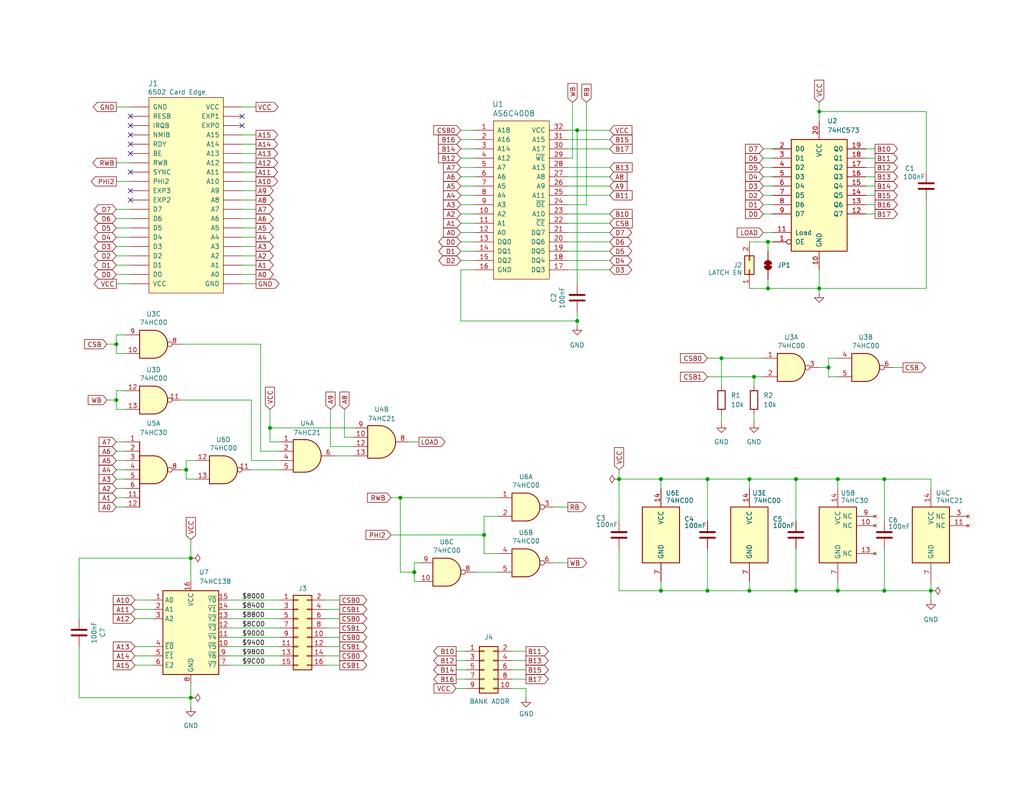
<source format=kicad_sch>
(kicad_sch (version 20250114) (generator "eeschema") (generator_version "9.0")
  (paper "USLetter")
  (title_block (title "6502 RAM Card") (date "2025-10-26") (rev "1.0") (company "A.C. Wright Design"))
  (junction (at 113.03 156.21))
  (junction (at 180.34 161.29))
  (junction (at 52.07 190.5))
  (junction (at 209.55 66.04))
  (junction (at 157.48 35.56))
  (junction (at 241.3 161.29))
  (junction (at 50.8 128.27))
  (junction (at 193.04 161.29))
  (junction (at 223.52 78.74))
  (junction (at 193.04 130.81))
  (junction (at 168.91 130.81))
  (junction (at 52.07 152.4))
  (junction (at 204.47 161.29))
  (junction (at 157.48 87.63))
  (junction (at 217.17 161.29))
  (junction (at 241.3 130.81))
  (junction (at 217.17 130.81))
  (junction (at 196.85 97.79))
  (junction (at 226.06 100.33))
  (junction (at 180.34 130.81))
  (junction (at 228.6 130.81))
  (junction (at 223.52 30.48))
  (junction (at 31.75 93.98))
  (junction (at 209.55 78.74))
  (junction (at 205.74 102.87))
  (junction (at 73.66 116.84))
  (junction (at 228.6 161.29))
  (junction (at 132.08 146.05))
  (junction (at 109.22 135.89))
  (junction (at 31.75 109.22))
  (junction (at 204.47 130.81))
  (junction (at 254 161.29))
  (no_connect (at 35.56 41.91))
  (no_connect (at 35.56 31.75))
  (no_connect (at 35.56 36.83))
  (no_connect (at 35.56 34.29))
  (no_connect (at 35.56 46.99))
  (no_connect (at 66.04 34.29))
  (no_connect (at 35.56 54.61))
  (no_connect (at 35.56 52.07))
  (no_connect (at 35.56 39.37))
  (no_connect (at 66.04 31.75))
  (wire (pts (xy 34.29 91.44) (xy 31.75 91.44)))
  (wire (pts (xy 223.52 73.66) (xy 223.52 78.74)))
  (wire (pts (xy 217.17 149.86) (xy 217.17 161.29)))
  (wire (pts (xy 88.9 173.99) (xy 92.71 173.99)))
  (wire (pts (xy 35.56 64.77) (xy 31.75 64.77)))
  (wire (pts (xy 113.03 156.21) (xy 113.03 153.67)))
  (wire (pts (xy 52.07 190.5) (xy 52.07 193.04)))
  (wire (pts (xy 180.34 161.29) (xy 193.04 161.29)))
  (wire (pts (xy 204.47 161.29) (xy 204.47 158.75)))
  (wire (pts (xy 217.17 130.81) (xy 204.47 130.81)))
  (wire (pts (xy 209.55 66.04) (xy 209.55 68.58)))
  (wire (pts (xy 228.6 130.81) (xy 217.17 130.81)))
  (wire (pts (xy 125.73 40.64) (xy 129.54 40.64)))
  (wire (pts (xy 166.37 53.34) (xy 154.94 53.34)))
  (wire (pts (xy 254 130.81) (xy 241.3 130.81)))
  (wire (pts (xy 68.58 109.22) (xy 68.58 125.73)))
  (wire (pts (xy 125.73 43.18) (xy 129.54 43.18)))
  (wire (pts (xy 193.04 142.24) (xy 193.04 130.81)))
  (wire (pts (xy 88.9 163.83) (xy 92.71 163.83)))
  (wire (pts (xy 196.85 113.03) (xy 196.85 115.57)))
  (wire (pts (xy 36.83 181.61) (xy 41.91 181.61)))
  (wire (pts (xy 68.58 125.73) (xy 76.2 125.73)))
  (wire (pts (xy 254 133.35) (xy 254 130.81)))
  (wire (pts (xy 151.13 138.43) (xy 154.94 138.43)))
  (wire (pts (xy 236.22 45.72) (xy 238.76 45.72)))
  (wire (pts (xy 66.04 41.91) (xy 69.85 41.91)))
  (wire (pts (xy 73.66 111.76) (xy 73.66 116.84)))
  (wire (pts (xy 252.73 54.61) (xy 252.73 78.74)))
  (wire (pts (xy 35.56 59.69) (xy 31.75 59.69)))
  (wire (pts (xy 52.07 152.4) (xy 21.59 152.4)))
  (wire (pts (xy 166.37 48.26) (xy 154.94 48.26)))
  (wire (pts (xy 125.73 87.63) (xy 157.48 87.63)))
  (wire (pts (xy 62.23 168.91) (xy 76.2 168.91)))
  (wire (pts (xy 143.51 190.5) (xy 143.51 187.96)))
  (wire (pts (xy 160.02 55.88) (xy 154.94 55.88)))
  (wire (pts (xy 35.56 74.93) (xy 31.75 74.93)))
  (wire (pts (xy 241.3 161.29) (xy 228.6 161.29)))
  (wire (pts (xy 31.75 138.43) (xy 34.29 138.43)))
  (wire (pts (xy 208.28 58.42) (xy 210.82 58.42)))
  (wire (pts (xy 31.75 128.27) (xy 34.29 128.27)))
  (wire (pts (xy 205.74 102.87) (xy 205.74 105.41)))
  (wire (pts (xy 209.55 76.2) (xy 209.55 78.74)))
  (wire (pts (xy 208.28 97.79) (xy 196.85 97.79)))
  (wire (pts (xy 31.75 120.65) (xy 34.29 120.65)))
  (wire (pts (xy 210.82 66.04) (xy 209.55 66.04)))
  (wire (pts (xy 31.75 72.39) (xy 35.56 72.39)))
  (wire (pts (xy 35.56 69.85) (xy 31.75 69.85)))
  (wire (pts (xy 252.73 46.99) (xy 252.73 30.48)))
  (wire (pts (xy 31.75 29.21) (xy 35.56 29.21)))
  (wire (pts (xy 193.04 149.86) (xy 193.04 161.29)))
  (wire (pts (xy 217.17 161.29) (xy 204.47 161.29)))
  (wire (pts (xy 125.73 63.5) (xy 129.54 63.5)))
  (wire (pts (xy 52.07 152.4) (xy 52.07 147.32)))
  (wire (pts (xy 49.53 93.98) (xy 71.12 93.98)))
  (wire (pts (xy 31.75 44.45) (xy 35.56 44.45)))
  (wire (pts (xy 208.28 40.64) (xy 210.82 40.64)))
  (wire (pts (xy 31.75 125.73) (xy 34.29 125.73)))
  (wire (pts (xy 205.74 102.87) (xy 208.28 102.87)))
  (wire (pts (xy 31.75 96.52) (xy 34.29 96.52)))
  (wire (pts (xy 208.28 48.26) (xy 210.82 48.26)))
  (wire (pts (xy 154.94 50.8) (xy 166.37 50.8)))
  (wire (pts (xy 68.58 128.27) (xy 76.2 128.27)))
  (wire (pts (xy 62.23 166.37) (xy 76.2 166.37)))
  (wire (pts (xy 168.91 130.81) (xy 168.91 142.24)))
  (wire (pts (xy 208.28 63.5) (xy 210.82 63.5)))
  (wire (pts (xy 125.73 58.42) (xy 129.54 58.42)))
  (wire (pts (xy 124.46 187.96) (xy 127 187.96)))
  (wire (pts (xy 125.73 48.26) (xy 129.54 48.26)))
  (wire (pts (xy 254 161.29) (xy 254 163.83)))
  (wire (pts (xy 90.17 111.76) (xy 90.17 121.92)))
  (wire (pts (xy 66.04 59.69) (xy 69.85 59.69)))
  (wire (pts (xy 236.22 43.18) (xy 238.76 43.18)))
  (wire (pts (xy 168.91 161.29) (xy 180.34 161.29)))
  (wire (pts (xy 31.75 57.15) (xy 35.56 57.15)))
  (wire (pts (xy 124.46 177.8) (xy 127 177.8)))
  (wire (pts (xy 50.8 125.73) (xy 50.8 128.27)))
  (wire (pts (xy 154.94 66.04) (xy 166.37 66.04)))
  (wire (pts (xy 90.17 121.92) (xy 96.52 121.92)))
  (wire (pts (xy 88.9 166.37) (xy 92.71 166.37)))
  (wire (pts (xy 254 158.75) (xy 254 161.29)))
  (wire (pts (xy 236.22 48.26) (xy 238.76 48.26)))
  (wire (pts (xy 228.6 102.87) (xy 226.06 102.87)))
  (wire (pts (xy 139.7 177.8) (xy 143.51 177.8)))
  (wire (pts (xy 66.04 72.39) (xy 69.85 72.39)))
  (wire (pts (xy 124.46 185.42) (xy 127 185.42)))
  (wire (pts (xy 93.98 111.76) (xy 93.98 119.38)))
  (wire (pts (xy 113.03 153.67) (xy 114.3 153.67)))
  (wire (pts (xy 228.6 161.29) (xy 217.17 161.29)))
  (wire (pts (xy 254 161.29) (xy 241.3 161.29)))
  (wire (pts (xy 154.94 38.1) (xy 166.37 38.1)))
  (wire (pts (xy 139.7 185.42) (xy 143.51 185.42)))
  (wire (pts (xy 228.6 133.35) (xy 228.6 130.81)))
  (wire (pts (xy 88.9 179.07) (xy 92.71 179.07)))
  (wire (pts (xy 73.66 116.84) (xy 96.52 116.84)))
  (wire (pts (xy 111.76 120.65) (xy 114.3 120.65)))
  (wire (pts (xy 49.53 128.27) (xy 50.8 128.27)))
  (wire (pts (xy 109.22 135.89) (xy 106.68 135.89)))
  (wire (pts (xy 132.08 146.05) (xy 106.68 146.05)))
  (wire (pts (xy 109.22 156.21) (xy 109.22 135.89)))
  (wire (pts (xy 36.83 176.53) (xy 41.91 176.53)))
  (wire (pts (xy 66.04 64.77) (xy 69.85 64.77)))
  (wire (pts (xy 93.98 119.38) (xy 96.52 119.38)))
  (wire (pts (xy 154.94 63.5) (xy 166.37 63.5)))
  (wire (pts (xy 154.94 73.66) (xy 166.37 73.66)))
  (wire (pts (xy 129.54 73.66) (xy 125.73 73.66)))
  (wire (pts (xy 226.06 97.79) (xy 226.06 100.33)))
  (wire (pts (xy 157.48 87.63) (xy 157.48 88.9)))
  (wire (pts (xy 31.75 123.19) (xy 34.29 123.19)))
  (wire (pts (xy 73.66 116.84) (xy 73.66 120.65)))
  (wire (pts (xy 31.75 67.31) (xy 35.56 67.31)))
  (wire (pts (xy 66.04 46.99) (xy 69.85 46.99)))
  (wire (pts (xy 236.22 40.64) (xy 238.76 40.64)))
  (wire (pts (xy 168.91 130.81) (xy 168.91 128.27)))
  (wire (pts (xy 226.06 102.87) (xy 226.06 100.33)))
  (wire (pts (xy 157.48 85.09) (xy 157.48 87.63)))
  (wire (pts (xy 31.75 106.68) (xy 31.75 109.22)))
  (wire (pts (xy 223.52 27.94) (xy 223.52 30.48)))
  (wire (pts (xy 226.06 97.79) (xy 228.6 97.79)))
  (wire (pts (xy 223.52 80.01) (xy 223.52 78.74)))
  (wire (pts (xy 31.75 130.81) (xy 34.29 130.81)))
  (wire (pts (xy 52.07 152.4) (xy 52.07 158.75)))
  (wire (pts (xy 62.23 179.07) (xy 76.2 179.07)))
  (wire (pts (xy 160.02 27.94) (xy 160.02 55.88)))
  (wire (pts (xy 66.04 29.21) (xy 69.85 29.21)))
  (wire (pts (xy 52.07 186.69) (xy 52.07 190.5)))
  (wire (pts (xy 69.85 62.23) (xy 66.04 62.23)))
  (wire (pts (xy 252.73 30.48) (xy 223.52 30.48)))
  (wire (pts (xy 31.75 62.23) (xy 35.56 62.23)))
  (wire (pts (xy 69.85 67.31) (xy 66.04 67.31)))
  (wire (pts (xy 217.17 142.24) (xy 217.17 130.81)))
  (wire (pts (xy 69.85 74.93) (xy 66.04 74.93)))
  (wire (pts (xy 132.08 146.05) (xy 132.08 151.13)))
  (wire (pts (xy 154.94 68.58) (xy 166.37 68.58)))
  (wire (pts (xy 125.73 66.04) (xy 129.54 66.04)))
  (wire (pts (xy 154.94 71.12) (xy 166.37 71.12)))
  (wire (pts (xy 205.74 113.03) (xy 205.74 115.57)))
  (wire (pts (xy 139.7 180.34) (xy 143.51 180.34)))
  (wire (pts (xy 154.94 40.64) (xy 166.37 40.64)))
  (wire (pts (xy 88.9 176.53) (xy 92.71 176.53)))
  (wire (pts (xy 243.84 100.33) (xy 246.38 100.33)))
  (wire (pts (xy 66.04 54.61) (xy 69.85 54.61)))
  (wire (pts (xy 236.22 55.88) (xy 238.76 55.88)))
  (wire (pts (xy 168.91 130.81) (xy 180.34 130.81)))
  (wire (pts (xy 209.55 78.74) (xy 223.52 78.74)))
  (wire (pts (xy 66.04 69.85) (xy 69.85 69.85)))
  (wire (pts (xy 88.9 168.91) (xy 92.71 168.91)))
  (wire (pts (xy 236.22 50.8) (xy 238.76 50.8)))
  (wire (pts (xy 66.04 36.83) (xy 69.85 36.83)))
  (wire (pts (xy 31.75 77.47) (xy 35.56 77.47)))
  (wire (pts (xy 193.04 161.29) (xy 204.47 161.29)))
  (wire (pts (xy 154.94 60.96) (xy 166.37 60.96)))
  (wire (pts (xy 180.34 161.29) (xy 180.34 158.75)))
  (wire (pts (xy 125.73 45.72) (xy 129.54 45.72)))
  (wire (pts (xy 29.21 109.22) (xy 31.75 109.22)))
  (wire (pts (xy 21.59 190.5) (xy 52.07 190.5)))
  (wire (pts (xy 209.55 66.04) (xy 204.47 66.04)))
  (wire (pts (xy 157.48 77.47) (xy 157.48 35.56)))
  (wire (pts (xy 31.75 109.22) (xy 31.75 111.76)))
  (wire (pts (xy 125.73 53.34) (xy 129.54 53.34)))
  (wire (pts (xy 113.03 156.21) (xy 109.22 156.21)))
  (wire (pts (xy 124.46 180.34) (xy 127 180.34)))
  (wire (pts (xy 31.75 135.89) (xy 34.29 135.89)))
  (wire (pts (xy 196.85 97.79) (xy 193.04 97.79)))
  (wire (pts (xy 208.28 43.18) (xy 210.82 43.18)))
  (wire (pts (xy 132.08 151.13) (xy 135.89 151.13)))
  (wire (pts (xy 36.83 163.83) (xy 41.91 163.83)))
  (wire (pts (xy 208.28 55.88) (xy 210.82 55.88)))
  (wire (pts (xy 125.73 60.96) (xy 129.54 60.96)))
  (wire (pts (xy 135.89 140.97) (xy 132.08 140.97)))
  (wire (pts (xy 125.73 55.88) (xy 129.54 55.88)))
  (wire (pts (xy 180.34 133.35) (xy 180.34 130.81)))
  (wire (pts (xy 151.13 153.67) (xy 154.94 153.67)))
  (wire (pts (xy 252.73 78.74) (xy 223.52 78.74)))
  (wire (pts (xy 180.34 130.81) (xy 193.04 130.81)))
  (wire (pts (xy 21.59 152.4) (xy 21.59 168.91)))
  (wire (pts (xy 125.73 68.58) (xy 129.54 68.58)))
  (wire (pts (xy 132.08 140.97) (xy 132.08 146.05)))
  (wire (pts (xy 139.7 182.88) (xy 143.51 182.88)))
  (wire (pts (xy 88.9 181.61) (xy 92.71 181.61)))
  (wire (pts (xy 113.03 158.75) (xy 113.03 156.21)))
  (wire (pts (xy 143.51 187.96) (xy 139.7 187.96)))
  (wire (pts (xy 49.53 109.22) (xy 68.58 109.22)))
  (wire (pts (xy 66.04 52.07) (xy 69.85 52.07)))
  (wire (pts (xy 223.52 100.33) (xy 226.06 100.33)))
  (wire (pts (xy 157.48 35.56) (xy 166.37 35.56)))
  (wire (pts (xy 34.29 106.68) (xy 31.75 106.68)))
  (wire (pts (xy 204.47 78.74) (xy 209.55 78.74)))
  (wire (pts (xy 53.34 125.73) (xy 50.8 125.73)))
  (wire (pts (xy 36.83 168.91) (xy 41.91 168.91)))
  (wire (pts (xy 62.23 173.99) (xy 76.2 173.99)))
  (wire (pts (xy 31.75 133.35) (xy 34.29 133.35)))
  (wire (pts (xy 228.6 158.75) (xy 228.6 161.29)))
  (wire (pts (xy 193.04 102.87) (xy 205.74 102.87)))
  (wire (pts (xy 36.83 166.37) (xy 41.91 166.37)))
  (wire (pts (xy 31.75 91.44) (xy 31.75 93.98)))
  (wire (pts (xy 125.73 35.56) (xy 129.54 35.56)))
  (wire (pts (xy 73.66 120.65) (xy 76.2 120.65)))
  (wire (pts (xy 71.12 123.19) (xy 76.2 123.19)))
  (wire (pts (xy 156.21 27.94) (xy 156.21 43.18)))
  (wire (pts (xy 241.3 130.81) (xy 228.6 130.81)))
  (wire (pts (xy 50.8 128.27) (xy 50.8 130.81)))
  (wire (pts (xy 168.91 149.86) (xy 168.91 161.29)))
  (wire (pts (xy 69.85 57.15) (xy 66.04 57.15)))
  (wire (pts (xy 236.22 53.34) (xy 238.76 53.34)))
  (wire (pts (xy 69.85 39.37) (xy 66.04 39.37)))
  (wire (pts (xy 114.3 158.75) (xy 113.03 158.75)))
  (wire (pts (xy 124.46 182.88) (xy 127 182.88)))
  (wire (pts (xy 208.28 45.72) (xy 210.82 45.72)))
  (wire (pts (xy 88.9 171.45) (xy 92.71 171.45)))
  (wire (pts (xy 66.04 77.47) (xy 69.85 77.47)))
  (wire (pts (xy 62.23 181.61) (xy 76.2 181.61)))
  (wire (pts (xy 204.47 130.81) (xy 204.47 133.35)))
  (wire (pts (xy 208.28 53.34) (xy 210.82 53.34)))
  (wire (pts (xy 29.21 93.98) (xy 31.75 93.98)))
  (wire (pts (xy 208.28 50.8) (xy 210.82 50.8)))
  (wire (pts (xy 154.94 45.72) (xy 166.37 45.72)))
  (wire (pts (xy 31.75 93.98) (xy 31.75 96.52)))
  (wire (pts (xy 109.22 135.89) (xy 135.89 135.89)))
  (wire (pts (xy 223.52 30.48) (xy 223.52 33.02)))
  (wire (pts (xy 156.21 43.18) (xy 154.94 43.18)))
  (wire (pts (xy 69.85 44.45) (xy 66.04 44.45)))
  (wire (pts (xy 50.8 130.81) (xy 53.34 130.81)))
  (wire (pts (xy 154.94 35.56) (xy 157.48 35.56)))
  (wire (pts (xy 241.3 149.86) (xy 241.3 161.29)))
  (wire (pts (xy 129.54 156.21) (xy 135.89 156.21)))
  (wire (pts (xy 36.83 179.07) (xy 41.91 179.07)))
  (wire (pts (xy 154.94 58.42) (xy 166.37 58.42)))
  (wire (pts (xy 193.04 130.81) (xy 204.47 130.81)))
  (wire (pts (xy 241.3 142.24) (xy 241.3 130.81)))
  (wire (pts (xy 125.73 71.12) (xy 129.54 71.12)))
  (wire (pts (xy 62.23 171.45) (xy 76.2 171.45)))
  (wire (pts (xy 21.59 190.5) (xy 21.59 176.53)))
  (wire (pts (xy 236.22 58.42) (xy 238.76 58.42)))
  (wire (pts (xy 31.75 49.53) (xy 35.56 49.53)))
  (wire (pts (xy 125.73 73.66) (xy 125.73 87.63)))
  (wire (pts (xy 62.23 163.83) (xy 76.2 163.83)))
  (wire (pts (xy 62.23 176.53) (xy 76.2 176.53)))
  (wire (pts (xy 125.73 38.1) (xy 129.54 38.1)))
  (wire (pts (xy 125.73 50.8) (xy 129.54 50.8)))
  (wire (pts (xy 69.85 49.53) (xy 66.04 49.53)))
  (wire (pts (xy 196.85 97.79) (xy 196.85 105.41)))
  (wire (pts (xy 91.44 124.46) (xy 96.52 124.46)))
  (wire (pts (xy 31.75 111.76) (xy 34.29 111.76)))
  (wire (pts (xy 71.12 93.98) (xy 71.12 123.19)))
  (label "$8C00" (at 66.04 171.45 0))
  (label "$9800" (at 66.04 179.07 0))
  (label "$8000" (at 66.04 163.83 0))
  (label "$8800" (at 66.04 168.91 0))
  (label "$9000" (at 66.04 173.99 0))
  (label "$9C00" (at 66.04 181.61 0))
  (label "$9400" (at 66.04 176.53 0))
  (label "$8400" (at 66.04 166.37 0))
  (global_label "A3" (shape input) (at 125.73 55.88 180) (property "Intersheetrefs" "${INTERSHEET_REFS}" (effects (hide yes))))
  (global_label "B11" (shape input) (at 166.37 53.34 0) (property "Intersheetrefs" "${INTERSHEET_REFS}" (effects (hide yes))))
  (global_label "B11" (shape output) (at 143.51 177.8 0) (property "Intersheetrefs" "${INTERSHEET_REFS}" (effects (hide yes))))
  (global_label "A1" (shape output) (at 69.85 72.39 0) (property "Intersheetrefs" "${INTERSHEET_REFS}" (effects (hide yes))))
  (global_label "B11" (shape output) (at 238.76 43.18 0) (property "Intersheetrefs" "${INTERSHEET_REFS}" (effects (hide yes))))
  (global_label "D2" (shape bidirectional) (at 125.73 71.12 180) (property "Intersheetrefs" "${INTERSHEET_REFS}" (effects (hide yes))))
  (global_label "RWB" (shape output) (at 31.75 44.45 180) (property "Intersheetrefs" "${INTERSHEET_REFS}" (effects (hide yes))))
  (global_label "A2" (shape input) (at 31.75 133.35 180) (property "Intersheetrefs" "${INTERSHEET_REFS}" (effects (hide yes))))
  (global_label "A13" (shape input) (at 36.83 176.53 180) (property "Intersheetrefs" "${INTERSHEET_REFS}" (effects (hide yes))))
  (global_label "A9" (shape input) (at 90.17 111.76 90) (property "Intersheetrefs" "${INTERSHEET_REFS}" (effects (hide yes))))
  (global_label "B13" (shape input) (at 166.37 45.72 0) (property "Intersheetrefs" "${INTERSHEET_REFS}" (effects (hide yes))))
  (global_label "VCC" (shape input) (at 223.52 27.94 90) (property "Intersheetrefs" "${INTERSHEET_REFS}" (effects (hide yes))))
  (global_label "D1" (shape input) (at 208.28 55.88 180) (property "Intersheetrefs" "${INTERSHEET_REFS}" (effects (hide yes))))
  (global_label "A3" (shape input) (at 31.75 130.81 180) (property "Intersheetrefs" "${INTERSHEET_REFS}" (effects (hide yes))))
  (global_label "A7" (shape output) (at 69.85 57.15 0) (property "Intersheetrefs" "${INTERSHEET_REFS}" (effects (hide yes))))
  (global_label "A11" (shape output) (at 69.85 46.99 0) (property "Intersheetrefs" "${INTERSHEET_REFS}" (effects (hide yes))))
  (global_label "CSB0" (shape input) (at 125.73 35.56 180) (property "Intersheetrefs" "${INTERSHEET_REFS}" (effects (hide yes))))
  (global_label "D0" (shape input) (at 208.28 58.42 180) (property "Intersheetrefs" "${INTERSHEET_REFS}" (effects (hide yes))))
  (global_label "A2" (shape input) (at 125.73 58.42 180) (property "Intersheetrefs" "${INTERSHEET_REFS}" (effects (hide yes))))
  (global_label "D0" (shape bidirectional) (at 31.75 74.93 180) (property "Intersheetrefs" "${INTERSHEET_REFS}" (effects (hide yes))))
  (global_label "A12" (shape output) (at 69.85 44.45 0) (property "Intersheetrefs" "${INTERSHEET_REFS}" (effects (hide yes))))
  (global_label "A8" (shape input) (at 166.37 48.26 0) (property "Intersheetrefs" "${INTERSHEET_REFS}" (effects (hide yes))))
  (global_label "PHI2" (shape output) (at 31.75 49.53 180) (property "Intersheetrefs" "${INTERSHEET_REFS}" (effects (hide yes))))
  (global_label "D5" (shape bidirectional) (at 166.37 68.58 0) (property "Intersheetrefs" "${INTERSHEET_REFS}" (effects (hide yes))))
  (global_label "CSB1" (shape output) (at 92.71 166.37 0) (property "Intersheetrefs" "${INTERSHEET_REFS}" (effects (hide yes))))
  (global_label "A13" (shape output) (at 69.85 41.91 0) (property "Intersheetrefs" "${INTERSHEET_REFS}" (effects (hide yes))))
  (global_label "A9" (shape output) (at 69.85 52.07 0) (property "Intersheetrefs" "${INTERSHEET_REFS}" (effects (hide yes))))
  (global_label "CSB" (shape input) (at 166.37 60.96 0) (property "Intersheetrefs" "${INTERSHEET_REFS}" (effects (hide yes))))
  (global_label "A14" (shape input) (at 36.83 179.07 180) (property "Intersheetrefs" "${INTERSHEET_REFS}" (effects (hide yes))))
  (global_label "A0" (shape input) (at 31.75 138.43 180) (property "Intersheetrefs" "${INTERSHEET_REFS}" (effects (hide yes))))
  (global_label "RWB" (shape input) (at 106.68 135.89 180) (property "Intersheetrefs" "${INTERSHEET_REFS}" (effects (hide yes))))
  (global_label "A7" (shape input) (at 125.73 45.72 180) (property "Intersheetrefs" "${INTERSHEET_REFS}" (effects (hide yes))))
  (global_label "A2" (shape output) (at 69.85 69.85 0) (property "Intersheetrefs" "${INTERSHEET_REFS}" (effects (hide yes))))
  (global_label "A4" (shape input) (at 125.73 53.34 180) (property "Intersheetrefs" "${INTERSHEET_REFS}" (effects (hide yes))))
  (global_label "D0" (shape bidirectional) (at 125.73 66.04 180) (property "Intersheetrefs" "${INTERSHEET_REFS}" (effects (hide yes))))
  (global_label "B10" (shape input) (at 166.37 58.42 0) (property "Intersheetrefs" "${INTERSHEET_REFS}" (effects (hide yes))))
  (global_label "A5" (shape output) (at 69.85 62.23 0) (property "Intersheetrefs" "${INTERSHEET_REFS}" (effects (hide yes))))
  (global_label "LOAD" (shape input) (at 208.28 63.5 180) (property "Intersheetrefs" "${INTERSHEET_REFS}" (effects (hide yes))))
  (global_label "A4" (shape output) (at 69.85 64.77 0) (property "Intersheetrefs" "${INTERSHEET_REFS}" (effects (hide yes))))
  (global_label "D3" (shape bidirectional) (at 166.37 73.66 0) (property "Intersheetrefs" "${INTERSHEET_REFS}" (effects (hide yes))))
  (global_label "B15" (shape output) (at 238.76 53.34 0) (property "Intersheetrefs" "${INTERSHEET_REFS}" (effects (hide yes))))
  (global_label "B17" (shape output) (at 238.76 58.42 0) (property "Intersheetrefs" "${INTERSHEET_REFS}" (effects (hide yes))))
  (global_label "GND" (shape output) (at 31.75 29.21 180) (property "Intersheetrefs" "${INTERSHEET_REFS}" (effects (hide yes))))
  (global_label "D2" (shape input) (at 208.28 53.34 180) (property "Intersheetrefs" "${INTERSHEET_REFS}" (effects (hide yes))))
  (global_label "D4" (shape bidirectional) (at 166.37 71.12 0) (property "Intersheetrefs" "${INTERSHEET_REFS}" (effects (hide yes))))
  (global_label "RB" (shape input) (at 160.02 27.94 90) (property "Intersheetrefs" "${INTERSHEET_REFS}" (effects (hide yes))))
  (global_label "B16" (shape output) (at 124.46 185.42 180) (property "Intersheetrefs" "${INTERSHEET_REFS}" (effects (hide yes))))
  (global_label "A3" (shape output) (at 69.85 67.31 0) (property "Intersheetrefs" "${INTERSHEET_REFS}" (effects (hide yes))))
  (global_label "D7" (shape bidirectional) (at 166.37 63.5 0) (property "Intersheetrefs" "${INTERSHEET_REFS}" (effects (hide yes))))
  (global_label "B12" (shape output) (at 238.76 45.72 0) (property "Intersheetrefs" "${INTERSHEET_REFS}" (effects (hide yes))))
  (global_label "LOAD" (shape output) (at 114.3 120.65 0) (property "Intersheetrefs" "${INTERSHEET_REFS}" (effects (hide yes))))
  (global_label "D3" (shape bidirectional) (at 31.75 67.31 180) (property "Intersheetrefs" "${INTERSHEET_REFS}" (effects (hide yes))))
  (global_label "A5" (shape input) (at 125.73 50.8 180) (property "Intersheetrefs" "${INTERSHEET_REFS}" (effects (hide yes))))
  (global_label "A6" (shape output) (at 69.85 59.69 0) (property "Intersheetrefs" "${INTERSHEET_REFS}" (effects (hide yes))))
  (global_label "CSB0" (shape output) (at 92.71 168.91 0) (property "Intersheetrefs" "${INTERSHEET_REFS}" (effects (hide yes))))
  (global_label "A8" (shape output) (at 69.85 54.61 0) (property "Intersheetrefs" "${INTERSHEET_REFS}" (effects (hide yes))))
  (global_label "A5" (shape input) (at 31.75 125.73 180) (property "Intersheetrefs" "${INTERSHEET_REFS}" (effects (hide yes))))
  (global_label "B15" (shape output) (at 143.51 182.88 0) (property "Intersheetrefs" "${INTERSHEET_REFS}" (effects (hide yes))))
  (global_label "B17" (shape output) (at 143.51 185.42 0) (property "Intersheetrefs" "${INTERSHEET_REFS}" (effects (hide yes))))
  (global_label "GND" (shape output) (at 69.85 77.47 0) (property "Intersheetrefs" "${INTERSHEET_REFS}" (effects (hide yes))))
  (global_label "B12" (shape input) (at 125.73 43.18 180) (property "Intersheetrefs" "${INTERSHEET_REFS}" (effects (hide yes))))
  (global_label "D3" (shape input) (at 208.28 50.8 180) (property "Intersheetrefs" "${INTERSHEET_REFS}" (effects (hide yes))))
  (global_label "A7" (shape input) (at 31.75 120.65 180) (property "Intersheetrefs" "${INTERSHEET_REFS}" (effects (hide yes))))
  (global_label "A15" (shape input) (at 36.83 181.61 180) (property "Intersheetrefs" "${INTERSHEET_REFS}" (effects (hide yes))))
  (global_label "VCC" (shape output) (at 31.75 77.47 180) (property "Intersheetrefs" "${INTERSHEET_REFS}" (effects (hide yes))))
  (global_label "A8" (shape input) (at 93.98 111.76 90) (property "Intersheetrefs" "${INTERSHEET_REFS}" (effects (hide yes))))
  (global_label "A0" (shape output) (at 69.85 74.93 0) (property "Intersheetrefs" "${INTERSHEET_REFS}" (effects (hide yes))))
  (global_label "CSB" (shape output) (at 246.38 100.33 0) (property "Intersheetrefs" "${INTERSHEET_REFS}" (effects (hide yes))))
  (global_label "CSB0" (shape output) (at 92.71 163.83 0) (property "Intersheetrefs" "${INTERSHEET_REFS}" (effects (hide yes))))
  (global_label "VCC" (shape output) (at 69.85 29.21 0) (property "Intersheetrefs" "${INTERSHEET_REFS}" (effects (hide yes))))
  (global_label "B14" (shape input) (at 125.73 40.64 180) (property "Intersheetrefs" "${INTERSHEET_REFS}" (effects (hide yes))))
  (global_label "D6" (shape bidirectional) (at 166.37 66.04 0) (property "Intersheetrefs" "${INTERSHEET_REFS}" (effects (hide yes))))
  (global_label "CSB1" (shape output) (at 92.71 171.45 0) (property "Intersheetrefs" "${INTERSHEET_REFS}" (effects (hide yes))))
  (global_label "D7" (shape bidirectional) (at 31.75 57.15 180) (property "Intersheetrefs" "${INTERSHEET_REFS}" (effects (hide yes))))
  (global_label "PHI2" (shape input) (at 106.68 146.05 180) (property "Intersheetrefs" "${INTERSHEET_REFS}" (effects (hide yes))))
  (global_label "B14" (shape output) (at 238.76 50.8 0) (property "Intersheetrefs" "${INTERSHEET_REFS}" (effects (hide yes))))
  (global_label "D2" (shape bidirectional) (at 31.75 69.85 180) (property "Intersheetrefs" "${INTERSHEET_REFS}" (effects (hide yes))))
  (global_label "CSB1" (shape output) (at 92.71 176.53 0) (property "Intersheetrefs" "${INTERSHEET_REFS}" (effects (hide yes))))
  (global_label "B13" (shape output) (at 143.51 180.34 0) (property "Intersheetrefs" "${INTERSHEET_REFS}" (effects (hide yes))))
  (global_label "B16" (shape input) (at 125.73 38.1 180) (property "Intersheetrefs" "${INTERSHEET_REFS}" (effects (hide yes))))
  (global_label "D1" (shape bidirectional) (at 31.75 72.39 180) (property "Intersheetrefs" "${INTERSHEET_REFS}" (effects (hide yes))))
  (global_label "A0" (shape input) (at 125.73 63.5 180) (property "Intersheetrefs" "${INTERSHEET_REFS}" (effects (hide yes))))
  (global_label "CSB1" (shape input) (at 193.04 102.87 180) (property "Intersheetrefs" "${INTERSHEET_REFS}" (effects (hide yes))))
  (global_label "A9" (shape input) (at 166.37 50.8 0) (property "Intersheetrefs" "${INTERSHEET_REFS}" (effects (hide yes))))
  (global_label "CSB0" (shape output) (at 92.71 179.07 0) (property "Intersheetrefs" "${INTERSHEET_REFS}" (effects (hide yes))))
  (global_label "D6" (shape bidirectional) (at 31.75 59.69 180) (property "Intersheetrefs" "${INTERSHEET_REFS}" (effects (hide yes))))
  (global_label "A12" (shape input) (at 36.83 168.91 180) (property "Intersheetrefs" "${INTERSHEET_REFS}" (effects (hide yes))))
  (global_label "B14" (shape output) (at 124.46 182.88 180) (property "Intersheetrefs" "${INTERSHEET_REFS}" (effects (hide yes))))
  (global_label "CSB0" (shape output) (at 92.71 173.99 0) (property "Intersheetrefs" "${INTERSHEET_REFS}" (effects (hide yes))))
  (global_label "A6" (shape input) (at 125.73 48.26 180) (property "Intersheetrefs" "${INTERSHEET_REFS}" (effects (hide yes))))
  (global_label "D4" (shape input) (at 208.28 48.26 180) (property "Intersheetrefs" "${INTERSHEET_REFS}" (effects (hide yes))))
  (global_label "VCC" (shape input) (at 166.37 35.56 0) (property "Intersheetrefs" "${INTERSHEET_REFS}" (effects (hide yes))))
  (global_label "D6" (shape input) (at 208.28 43.18 180) (property "Intersheetrefs" "${INTERSHEET_REFS}" (effects (hide yes))))
  (global_label "B13" (shape output) (at 238.76 48.26 0) (property "Intersheetrefs" "${INTERSHEET_REFS}" (effects (hide yes))))
  (global_label "A1" (shape input) (at 125.73 60.96 180) (property "Intersheetrefs" "${INTERSHEET_REFS}" (effects (hide yes))))
  (global_label "B10" (shape output) (at 238.76 40.64 0) (property "Intersheetrefs" "${INTERSHEET_REFS}" (effects (hide yes))))
  (global_label "CSB1" (shape output) (at 92.71 181.61 0) (property "Intersheetrefs" "${INTERSHEET_REFS}" (effects (hide yes))))
  (global_label "CSB" (shape input) (at 29.21 93.98 180) (property "Intersheetrefs" "${INTERSHEET_REFS}" (effects (hide yes))))
  (global_label "B10" (shape output) (at 124.46 177.8 180) (property "Intersheetrefs" "${INTERSHEET_REFS}" (effects (hide yes))))
  (global_label "B17" (shape input) (at 166.37 40.64 0) (property "Intersheetrefs" "${INTERSHEET_REFS}" (effects (hide yes))))
  (global_label "WB" (shape input) (at 156.21 27.94 90) (property "Intersheetrefs" "${INTERSHEET_REFS}" (effects (hide yes))))
  (global_label "A10" (shape input) (at 36.83 163.83 180) (property "Intersheetrefs" "${INTERSHEET_REFS}" (effects (hide yes))))
  (global_label "RB" (shape output) (at 154.94 138.43 0) (property "Intersheetrefs" "${INTERSHEET_REFS}" (effects (hide yes))))
  (global_label "D4" (shape bidirectional) (at 31.75 64.77 180) (property "Intersheetrefs" "${INTERSHEET_REFS}" (effects (hide yes))))
  (global_label "A1" (shape input) (at 31.75 135.89 180) (property "Intersheetrefs" "${INTERSHEET_REFS}" (effects (hide yes))))
  (global_label "A11" (shape input) (at 36.83 166.37 180) (property "Intersheetrefs" "${INTERSHEET_REFS}" (effects (hide yes))))
  (global_label "B15" (shape input) (at 166.37 38.1 0) (property "Intersheetrefs" "${INTERSHEET_REFS}" (effects (hide yes))))
  (global_label "D7" (shape input) (at 208.28 40.64 180) (property "Intersheetrefs" "${INTERSHEET_REFS}" (effects (hide yes))))
  (global_label "A6" (shape input) (at 31.75 123.19 180) (property "Intersheetrefs" "${INTERSHEET_REFS}" (effects (hide yes))))
  (global_label "D5" (shape bidirectional) (at 31.75 62.23 180) (property "Intersheetrefs" "${INTERSHEET_REFS}" (effects (hide yes))))
  (global_label "CSB0" (shape input) (at 193.04 97.79 180) (property "Intersheetrefs" "${INTERSHEET_REFS}" (effects (hide yes))))
  (global_label "B16" (shape output) (at 238.76 55.88 0) (property "Intersheetrefs" "${INTERSHEET_REFS}" (effects (hide yes))))
  (global_label "VCC" (shape input) (at 124.46 187.96 180) (property "Intersheetrefs" "${INTERSHEET_REFS}" (effects (hide yes))))
  (global_label "WB" (shape input) (at 29.21 109.22 180) (property "Intersheetrefs" "${INTERSHEET_REFS}" (effects (hide yes))))
  (global_label "WB" (shape output) (at 154.94 153.67 0) (property "Intersheetrefs" "${INTERSHEET_REFS}" (effects (hide yes))))
  (global_label "D1" (shape bidirectional) (at 125.73 68.58 180) (property "Intersheetrefs" "${INTERSHEET_REFS}" (effects (hide yes))))
  (global_label "A4" (shape input) (at 31.75 128.27 180) (property "Intersheetrefs" "${INTERSHEET_REFS}" (effects (hide yes))))
  (global_label "A14" (shape output) (at 69.85 39.37 0) (property "Intersheetrefs" "${INTERSHEET_REFS}" (effects (hide yes))))
  (global_label "VCC" (shape input) (at 168.91 128.27 90) (property "Intersheetrefs" "${INTERSHEET_REFS}" (effects (hide yes))))
  (global_label "A15" (shape output) (at 69.85 36.83 0) (property "Intersheetrefs" "${INTERSHEET_REFS}" (effects (hide yes))))
  (global_label "D5" (shape input) (at 208.28 45.72 180) (property "Intersheetrefs" "${INTERSHEET_REFS}" (effects (hide yes))))
  (global_label "B12" (shape output) (at 124.46 180.34 180) (property "Intersheetrefs" "${INTERSHEET_REFS}" (effects (hide yes))))
  (global_label "VCC" (shape input) (at 73.66 111.76 90) (property "Intersheetrefs" "${INTERSHEET_REFS}" (effects (hide yes))))
  (global_label "VCC" (shape input) (at 52.07 147.32 90) (property "Intersheetrefs" "${INTERSHEET_REFS}" (effects (hide yes))))
  (global_label "A10" (shape output) (at 69.85 49.53 0) (property "Intersheetrefs" "${INTERSHEET_REFS}" (effects (hide yes))))
  (symbol (lib_id "6502 Parts:6502 Card Edge") (at 50.8 52.07 0) (unit 1) (in_bom no)
    (property "Reference" "J1" (at 40.386 23.622 0) (effects (font (size 1.4986 1.4986)) (justify left bottom)))
    (property "Value" "6502 Card Edge" (at 48.26 25.146 0))
    (property "Footprint" "6502 Parts:6502 Card Edge" (effects (hide yes)))
  )
  (symbol (lib_id "6502 Parts:AS6C4008") (at 129.54 35.56 0) (unit 1)
    (property "Reference" "U1" (at 135.89 28.448 0) (effects (font (size 1.4986 1.4986))))
    (property "Value" "AS6C4008" (at 140.208 30.988 0) (effects (font (size 1.4986 1.4986))))
    (property "Footprint" "Package_DIP:DIP-32_W15.24mm_Socket_LongPads" (effects (hide yes)))
  )
  (symbol (lib_id "74xx:74HC00") (at 143.51 138.43 0) (unit 1)
    (property "Reference" "U6" (at 143.51 130.175 0))
    (property "Value" "74HC00" (at 143.51 132.4864 0))
    (property "Footprint" "Package_SO:SOIC-14_3.9x8.7mm_P1.27mm" (effects (hide yes)))
    (property "Datasheet" "http://www.ti.com/lit/gpn/sn74hc00" (effects (hide yes)))
    (property "LCSC" "C5586" (effects (hide yes)))
  )
  (symbol (lib_id "74xx:74HC00") (at 143.51 153.67 0) (unit 2)
    (property "Reference" "U6" (at 143.51 145.415 0))
    (property "Value" "74HC00" (at 143.51 147.7264 0))
    (property "Footprint" "Package_SO:SOIC-14_3.9x8.7mm_P1.27mm" (effects (hide yes)))
    (property "Datasheet" "http://www.ti.com/lit/gpn/sn74hc00" (effects (hide yes)))
    (property "LCSC" "C5586" (effects (hide yes)))
  )
  (symbol (lib_id "74xx:74HC00") (at 121.92 156.21 0) (unit 3)
    (property "Reference" "U6" (at 121.92 147.955 0))
    (property "Value" "74HC00" (at 121.92 150.2664 0))
    (property "Footprint" "Package_SO:SOIC-14_3.9x8.7mm_P1.27mm" (effects (hide yes)))
    (property "Datasheet" "http://www.ti.com/lit/gpn/sn74hc00" (effects (hide yes)))
    (property "LCSC" "C5586" (effects (hide yes)))
  )
  (symbol (lib_id "74xx:74HC00") (at 180.34 146.05 0) (unit 5)
    (property "Reference" "U6" (at 181.61 134.62 0) (effects (justify left)))
    (property "Value" "74HC00" (at 181.61 136.652 0) (effects (justify left)))
    (property "Footprint" "Package_SO:SOIC-14_3.9x8.7mm_P1.27mm" (effects (hide yes)))
    (property "Datasheet" "http://www.ti.com/lit/gpn/sn74hc00" (effects (hide yes)))
    (property "LCSC" "C5586" (effects (hide yes)))
  )
  (symbol (lib_id "Device:C") (at 157.48 81.28 0) (unit 1)
    (property "Reference" "C2" (at 151.0792 81.28 90))
    (property "Value" "100nF" (at 153.3906 81.28 90))
    (property "Footprint" "Capacitor_SMD:C_0805_2012Metric" (effects (hide yes)))
    (property "LCSC" "C49678" (effects (hide yes)))
  )
  (symbol (lib_id "74xx:74HC00") (at 60.96 128.27 0) (unit 4)
    (property "Reference" "U6" (at 60.96 120.015 0))
    (property "Value" "74HC00" (at 60.96 122.3264 0))
    (property "Footprint" "Package_SO:SOIC-14_3.9x8.7mm_P1.27mm" (effects (hide yes)))
    (property "Datasheet" "http://www.ti.com/lit/gpn/sn74hc00" (effects (hide yes)))
    (property "LCSC" "C5586" (effects (hide yes)))
  )
  (symbol (lib_id "Device:C") (at 193.04 146.05 0) (unit 1)
    (property "Reference" "C4" (at 186.69 141.732 0) (effects (justify left)))
    (property "Value" "100nF" (at 186.69 143.51 0) (effects (justify left)))
    (property "Footprint" "Capacitor_SMD:C_0805_2012Metric" (effects (hide yes)))
    (property "LCSC" "C49678" (effects (hide yes)))
  )
  (symbol (lib_id "6502 Parts:74HC21") (at 254 146.05 0) (unit 3)
    (property "Reference" "U4" (at 257.302 134.62 0))
    (property "Value" "74HC21" (at 259.08 136.652 0))
    (property "Footprint" "Package_SO:SOIC-14_3.9x8.7mm_P1.27mm" (effects (hide yes)))
    (property "Datasheet" "http://www.ti.com/lit/gpn/sn74LS21" (effects (hide yes)))
    (property "Description" "Dual 4-input AND" (effects (hide yes)))
    (property "LCSC" "C75398" (effects (hide yes)))
  )
  (symbol (lib_id "74xx:74HC00") (at 41.91 109.22 0) (unit 4)
    (property "Reference" "U3" (at 41.91 100.965 0))
    (property "Value" "74HC00" (at 41.91 103.2764 0))
    (property "Footprint" "Package_SO:SOIC-14_3.9x8.7mm_P1.27mm" (effects (hide yes)))
    (property "Datasheet" "http://www.ti.com/lit/gpn/sn74hc00" (effects (hide yes)))
    (property "LCSC" "C5586" (effects (hide yes)))
  )
  (symbol (lib_id "power:PWR_FLAG") (at 254 161.29 270) (unit 1)
    (property "Reference" "#FLG03" (effects (hide yes)))
    (property "Value" "PWR_FLAG" (effects (hide yes)))
    (property "Description" "Special symbol for telling ERC where power comes from" (effects (hide yes)))
  )
  (symbol (lib_id "Device:C") (at 21.59 172.72 0) (unit 1)
    (property "Reference" "C7" (at 27.9908 172.72 90))
    (property "Value" "100nF" (at 25.6794 172.72 90))
    (property "Footprint" "Capacitor_SMD:C_0805_2012Metric" (effects (hide yes)))
    (property "LCSC" "C49678" (effects (hide yes)))
  )
  (symbol (lib_id "Connector_Generic:Conn_02x05_Odd_Even") (at 132.08 182.88 0) (unit 1) (in_bom no)
    (property "Reference" "J4" (at 133.35 173.99 0))
    (property "Value" "BANK ADDR" (at 133.604 191.516 0))
    (property "Footprint" "Connector_PinHeader_2.54mm:PinHeader_2x05_P2.54mm_Vertical" (effects (hide yes)))
    (property "Description" "Generic connector, double row, 02x05, odd/even pin numbering scheme (row 1 odd numbers, row 2 even numbers), script generated (kicad-library-utils/schlib/autogen/connector/)" (effects (hide yes)))
  )
  (symbol (lib_id "Jumper:SolderJumper_2_Bridged") (at 209.55 72.39 90) (unit 1) (in_bom no)
    (property "Reference" "JP1" (at 212.09 72.3899 90) (effects (justify right)))
    (property "Value" "Latch Enable" (effects (hide yes)))
    (property "Footprint" "Jumper:SolderJumper-2_P1.3mm_Bridged_RoundedPad1.0x1.5mm" (effects (hide yes)))
    (property "Description" "Solder Jumper, 2-pole, closed/bridged" (effects (hide yes)))
  )
  (symbol (lib_id "74xx:74HC00") (at 41.91 93.98 0) (unit 3)
    (property "Reference" "U3" (at 41.91 85.725 0))
    (property "Value" "74HC00" (at 41.91 88.0364 0))
    (property "Footprint" "Package_SO:SOIC-14_3.9x8.7mm_P1.27mm" (effects (hide yes)))
    (property "Datasheet" "http://www.ti.com/lit/gpn/sn74hc00" (effects (hide yes)))
    (property "LCSC" "C5586" (effects (hide yes)))
  )
  (symbol (lib_id "power:PWR_FLAG") (at 52.07 190.5 270) (unit 1)
    (property "Reference" "#FLG04" (effects (hide yes)))
    (property "Value" "PWR_FLAG" (effects (hide yes)))
    (property "Description" "Special symbol for telling ERC where power comes from" (effects (hide yes)))
  )
  (symbol (lib_id "74xx:74LS573") (at 223.52 53.34 0) (unit 1)
    (property "Reference" "U2" (at 225.7141 33.02 0) (effects (justify left)))
    (property "Value" "74HC573" (at 225.7141 35.56 0) (effects (justify left)))
    (property "Footprint" "Package_SO:SOIC-20W_7.5x12.8mm_P1.27mm" (effects (hide yes)))
    (property "Datasheet" "74xx/74hc573.pdf" (effects (hide yes)))
    (property "Description" "8-bit Latch 3-state outputs" (effects (hide yes)))
    (property "LCSC" "C5608" (effects (hide yes)))
  )
  (symbol (lib_id "6502 Parts:74HC30") (at 41.91 128.27 0) (unit 1)
    (property "Reference" "U5" (at 41.9017 115.57 0))
    (property "Value" "74HC30" (at 41.9017 118.11 0))
    (property "Footprint" "Package_SO:SOIC-14_3.9x8.7mm_P1.27mm" (effects (hide yes)))
    (property "Datasheet" "http://www.ti.com/lit/gpn/sn74LS30" (effects (hide yes)))
    (property "Description" "8-input NAND" (effects (hide yes)))
    (property "LCSC" "C19818870" (effects (hide yes)))
  )
  (symbol (lib_id "Device:C") (at 217.17 146.05 0) (unit 1)
    (property "Reference" "C5" (at 210.82 141.732 0) (effects (justify left)))
    (property "Value" "100nF" (at 210.82 143.51 0) (effects (justify left)))
    (property "Footprint" "Capacitor_SMD:C_0805_2012Metric" (effects (hide yes)))
    (property "LCSC" "C49678" (effects (hide yes)))
  )
  (symbol (lib_id "power:GND") (at 157.48 88.9 0) (unit 1)
    (property "Reference" "#PWR02" (effects (hide yes)))
    (property "Value" "GND" (at 157.48 94.234 0))
    (property "Description" "Power symbol creates a global label with name \"GND\" , ground" (effects (hide yes)))
  )
  (symbol (lib_id "Device:C") (at 241.3 146.05 0) (unit 1)
    (property "Reference" "C6" (at 242.316 141.986 0) (effects (justify left)))
    (property "Value" "100nF" (at 242.316 143.764 0) (effects (justify left)))
    (property "Footprint" "Capacitor_SMD:C_0805_2012Metric" (effects (hide yes)))
    (property "LCSC" "C49678" (effects (hide yes)))
  )
  (symbol (lib_id "power:PWR_FLAG") (at 168.91 130.81 90) (unit 1)
    (property "Reference" "#FLG01" (effects (hide yes)))
    (property "Value" "PWR_FLAG" (effects (hide yes)))
    (property "Description" "Special symbol for telling ERC where power comes from" (effects (hide yes)))
  )
  (symbol (lib_id "Connector_Generic:Conn_02x01") (at 204.47 73.66 90) (unit 1) (in_bom no)
    (property "Reference" "J2" (at 201.295 72.39 90))
    (property "Value" "LATCH EN" (at 197.866 74.422 90))
    (property "Footprint" "Connector_PinHeader_2.54mm:PinHeader_1x02_P2.54mm_Vertical" (effects (hide yes)))
  )
  (symbol (lib_id "Connector_Generic:Conn_02x08_Odd_Even") (at 81.28 171.45 0) (unit 1) (in_bom no)
    (property "Reference" "J3" (at 82.55 160.655 0))
    (property "Value" "Conn_02x08_Odd_Even" (effects (hide yes)))
    (property "Footprint" "Connector_PinHeader_2.54mm:PinHeader_2x08_P2.54mm_Vertical" (effects (hide yes)))
  )
  (symbol (lib_id "74xx:74HC00") (at 204.47 146.05 0) (unit 5)
    (property "Reference" "U3" (at 205.232 134.62 0) (effects (justify left)))
    (property "Value" "74HC00" (at 205.486 136.652 0) (effects (justify left)))
    (property "Footprint" "Package_SO:SOIC-14_3.9x8.7mm_P1.27mm" (effects (hide yes)))
    (property "Datasheet" "http://www.ti.com/lit/gpn/sn74hc00" (effects (hide yes)))
    (property "LCSC" "C5586" (effects (hide yes)))
  )
  (symbol (lib_id "power:GND") (at 223.52 80.01 0) (unit 1)
    (property "Reference" "#PWR01" (effects (hide yes)))
    (property "Value" "GND" (effects (hide yes)))
    (property "Description" "Power symbol creates a global label with name \"GND\" , ground" (effects (hide yes)))
  )
  (symbol (lib_id "power:PWR_FLAG") (at 52.07 152.4 270) (unit 1)
    (property "Reference" "#FLG02" (effects (hide yes)))
    (property "Value" "PWR_FLAG" (effects (hide yes)))
    (property "Description" "Special symbol for telling ERC where power comes from" (effects (hide yes)))
  )
  (symbol (lib_id "6502 Parts:74HC21") (at 104.14 120.65 0) (unit 2)
    (property "Reference" "U4" (at 104.1303 111.76 0))
    (property "Value" "74HC21" (at 104.1303 114.3 0))
    (property "Footprint" "Package_SO:SOIC-14_3.9x8.7mm_P1.27mm" (effects (hide yes)))
    (property "Datasheet" "http://www.ti.com/lit/gpn/sn74LS21" (effects (hide yes)))
    (property "Description" "Dual 4-input AND" (effects (hide yes)))
    (property "LCSC" "C75398" (effects (hide yes)))
  )
  (symbol (lib_id "Device:C") (at 252.73 50.8 0) (unit 1)
    (property "Reference" "C1" (at 246.888 45.974 0) (effects (justify left)))
    (property "Value" "100nF" (at 246.38 48.26 0) (effects (justify left)))
    (property "Footprint" "Capacitor_SMD:C_0805_2012Metric" (effects (hide yes)))
    (property "LCSC" "C49678" (effects (hide yes)))
  )
  (symbol (lib_id "power:GND") (at 196.85 115.57 0) (unit 1)
    (property "Reference" "#PWR03" (effects (hide yes)))
    (property "Value" "GND" (at 196.85 120.65 0))
    (property "Description" "Power symbol creates a global label with name \"GND\" , ground" (effects (hide yes)))
  )
  (symbol (lib_id "Device:R") (at 196.85 109.22 0) (unit 1)
    (property "Reference" "R1" (at 199.39 107.9499 0) (effects (justify left)))
    (property "Value" "10k" (at 199.39 110.4899 0) (effects (justify left)))
    (property "Footprint" "Resistor_SMD:R_0805_2012Metric" (effects (hide yes)))
    (property "Description" "Resistor" (effects (hide yes)))
    (property "LCSC" "C17414" (effects (hide yes)))
  )
  (symbol (lib_id "6502 Parts:74HC21") (at 83.82 124.46 0) (unit 1)
    (property "Reference" "U4" (at 83.8103 115.57 0))
    (property "Value" "74HC21" (at 83.8103 118.11 0))
    (property "Footprint" "Package_SO:SOIC-14_3.9x8.7mm_P1.27mm" (effects (hide yes)))
    (property "Datasheet" "http://www.ti.com/lit/gpn/sn74LS21" (effects (hide yes)))
    (property "Description" "Dual 4-input AND" (effects (hide yes)))
    (property "LCSC" "C75398" (effects (hide yes)))
  )
  (symbol (lib_id "6502 Parts:74HC30") (at 228.6 146.05 0) (unit 2)
    (property "Reference" "U5" (at 231.394 134.62 0))
    (property "Value" "74HC30" (at 233.172 136.652 0))
    (property "Datasheet" "http://www.ti.com/lit/gpn/sn74LS30" (effects (hide yes)))
    (property "Description" "8-input NAND" (effects (hide yes)))
  )
  (symbol (lib_id "74xx:74HC00") (at 236.22 100.33 0) (unit 2)
    (property "Reference" "U3" (at 236.22 92.075 0))
    (property "Value" "74HC00" (at 236.22 94.3864 0))
    (property "Footprint" "Package_SO:SOIC-14_3.9x8.7mm_P1.27mm" (effects (hide yes)))
    (property "Datasheet" "http://www.ti.com/lit/gpn/sn74hc00" (effects (hide yes)))
    (property "LCSC" "C5586" (effects (hide yes)))
  )
  (symbol (lib_id "power:GND") (at 205.74 115.57 0) (unit 1)
    (property "Reference" "#PWR04" (effects (hide yes)))
    (property "Value" "GND" (at 205.74 120.65 0))
    (property "Description" "Power symbol creates a global label with name \"GND\" , ground" (effects (hide yes)))
  )
  (symbol (lib_id "74xx:74HC138") (at 52.07 173.99 0) (unit 1)
    (property "Reference" "U7" (at 54.2641 156.21 0) (effects (justify left)))
    (property "Value" "74HC138" (at 54.2641 158.75 0) (effects (justify left)))
    (property "Footprint" "Package_SO:SOIC-16_3.9x9.9mm_P1.27mm" (effects (hide yes)))
    (property "Datasheet" "http://www.ti.com/lit/ds/symlink/cd74hc238.pdf" (effects (hide yes)))
    (property "Description" "3-to-8 line decoder/multiplexer inverting, DIP-16/SOIC-16/SSOP-16" (effects (hide yes)))
    (property "LCSC" "C5602" (effects (hide yes)))
  )
  (symbol (lib_id "power:GND") (at 254 163.83 0) (unit 1)
    (property "Reference" "#PWR05" (effects (hide yes)))
    (property "Value" "GND" (at 254 169.164 0))
    (property "Description" "Power symbol creates a global label with name \"GND\" , ground" (effects (hide yes)))
  )
  (symbol (lib_id "74xx:74HC00") (at 215.9 100.33 0) (unit 1)
    (property "Reference" "U3" (at 215.9 92.075 0))
    (property "Value" "74HC00" (at 215.9 94.3864 0))
    (property "Footprint" "Package_SO:SOIC-14_3.9x8.7mm_P1.27mm" (effects (hide yes)))
    (property "Datasheet" "http://www.ti.com/lit/gpn/sn74hc00" (effects (hide yes)))
    (property "LCSC" "C5586" (effects (hide yes)))
  )
  (symbol (lib_id "power:GND") (at 52.07 193.04 0) (unit 1)
    (property "Reference" "#PWR07" (effects (hide yes)))
    (property "Value" "GND" (at 52.07 198.12 0))
    (property "Description" "Power symbol creates a global label with name \"GND\" , ground" (effects (hide yes)))
  )
  (symbol (lib_id "Device:C") (at 168.91 146.05 0) (unit 1)
    (property "Reference" "C3" (at 162.56 141.478 0) (effects (justify left)))
    (property "Value" "100nF" (at 162.56 143.256 0) (effects (justify left)))
    (property "Footprint" "Capacitor_SMD:C_0805_2012Metric" (effects (hide yes)))
    (property "LCSC" "C49678" (effects (hide yes)))
  )
  (symbol (lib_id "power:GND") (at 143.51 190.5 0) (unit 1)
    (property "Reference" "#PWR06" (effects (hide yes)))
    (property "Value" "GND" (at 143.637 194.8942 0))
    (property "Description" "Power symbol creates a global label with name \"GND\" , ground" (effects (hide yes)))
  )
  (symbol (lib_id "Device:R") (at 205.74 109.22 0) (unit 1)
    (property "Reference" "R2" (at 208.28 107.9499 0) (effects (justify left)))
    (property "Value" "10k" (at 208.28 110.4899 0) (effects (justify left)))
    (property "Footprint" "Resistor_SMD:R_0805_2012Metric" (effects (hide yes)))
    (property "Description" "Resistor" (effects (hide yes)))
    (property "LCSC" "C17414" (effects (hide yes)))
  )
)
</source>
